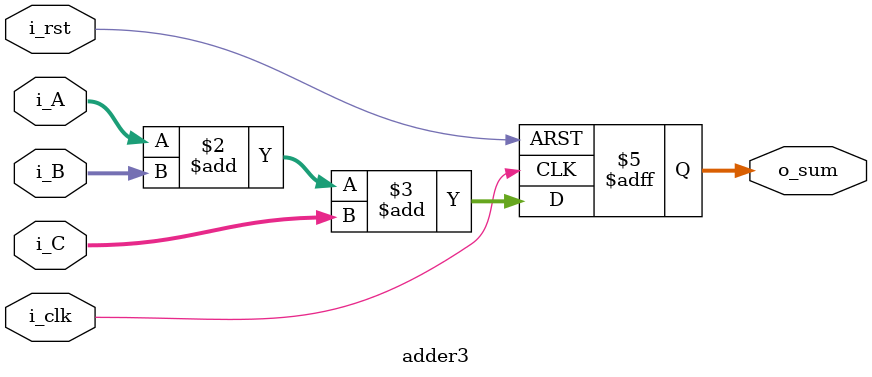
<source format=v>
module adder3 #(parameter WORD_SIZE = 16)
(
    input                   i_clk,
    input                   i_rst,
    input       [WORD_SIZE-1:0]     i_A,
    input       [WORD_SIZE-1:0]     i_B,
    input       [WORD_SIZE-1:0]     i_C,
    output reg  [WORD_SIZE-1:0]     o_sum
);

	initial begin
		o_sum <= 0;
	end

    always @(posedge i_clk or posedge i_rst) begin
        if(i_rst) begin
            o_sum = 0;
        end
        else begin
            o_sum = i_A + i_B + i_C;
        end
    end
endmodule
</source>
